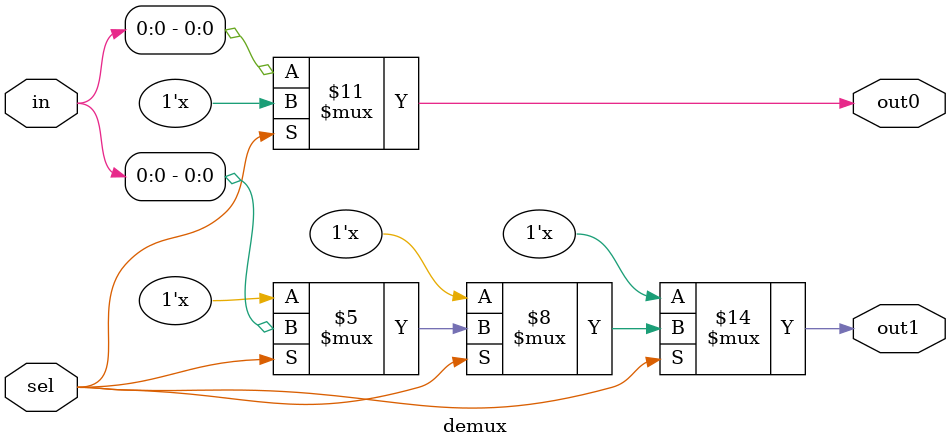
<source format=v>
`timescale 1ns / 1ps


module demux(
    input [7:0] in,
    input sel,
    output reg out0,
    output reg out1
    );
    
    always @(*) begin
        if( sel == 0) 
            out0 = in;
        else if(sel == 1)
            out1 = in;
    end
    
    
endmodule

</source>
